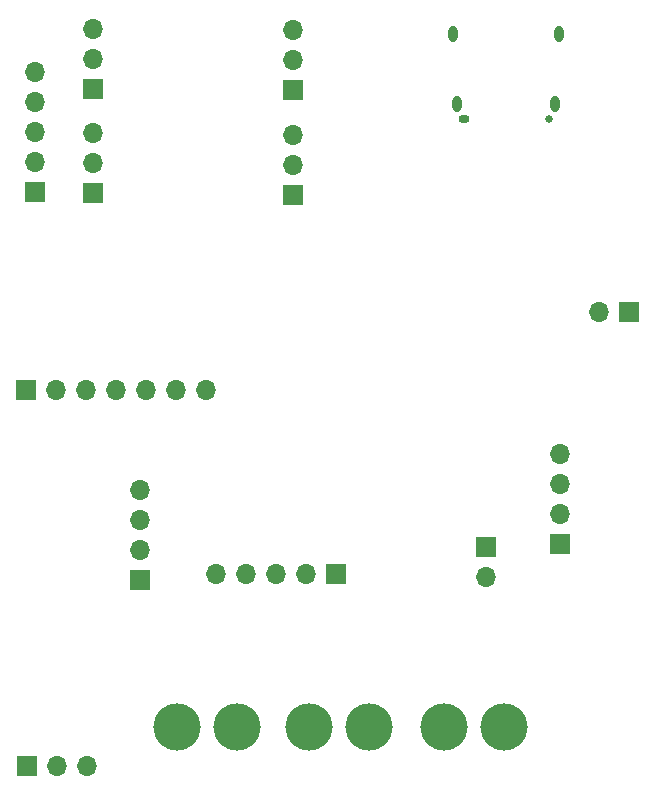
<source format=gbs>
G04 #@! TF.GenerationSoftware,KiCad,Pcbnew,7.0.5*
G04 #@! TF.CreationDate,2023-08-10T16:57:39+02:00*
G04 #@! TF.ProjectId,proto_pico,70726f74-6f5f-4706-9963-6f2e6b696361,rev?*
G04 #@! TF.SameCoordinates,Original*
G04 #@! TF.FileFunction,Soldermask,Bot*
G04 #@! TF.FilePolarity,Negative*
%FSLAX46Y46*%
G04 Gerber Fmt 4.6, Leading zero omitted, Abs format (unit mm)*
G04 Created by KiCad (PCBNEW 7.0.5) date 2023-08-10 16:57:39*
%MOMM*%
%LPD*%
G01*
G04 APERTURE LIST*
%ADD10R,1.700000X1.700000*%
%ADD11O,1.700000X1.700000*%
%ADD12C,4.000000*%
%ADD13C,0.650000*%
%ADD14O,0.950000X0.650000*%
%ADD15O,0.800000X1.400000*%
G04 APERTURE END LIST*
D10*
X196474000Y-112649000D03*
D11*
X193934000Y-112649000D03*
D10*
X171704000Y-134874000D03*
D11*
X169164000Y-134874000D03*
X166624000Y-134874000D03*
X164084000Y-134874000D03*
X161544000Y-134874000D03*
D10*
X168021000Y-102743000D03*
D11*
X168021000Y-100203000D03*
X168021000Y-97663000D03*
D12*
X169418000Y-147828000D03*
X174498000Y-147828000D03*
D10*
X168021000Y-93853000D03*
D11*
X168021000Y-91313000D03*
X168021000Y-88773000D03*
D10*
X190627000Y-132324000D03*
D11*
X190627000Y-129784000D03*
X190627000Y-127244000D03*
X190627000Y-124704000D03*
D10*
X155067000Y-135372000D03*
D11*
X155067000Y-132832000D03*
X155067000Y-130292000D03*
X155067000Y-127752000D03*
D12*
X158242000Y-147828000D03*
X163322000Y-147828000D03*
D10*
X184404000Y-132583000D03*
D11*
X184404000Y-135123000D03*
D13*
X189700000Y-96354000D03*
D14*
X182500000Y-96354000D03*
D15*
X190590000Y-89154000D03*
X190230000Y-95104000D03*
X181970000Y-95104000D03*
X181610000Y-89154000D03*
D11*
X160655000Y-119253000D03*
X158115000Y-119253000D03*
X155575000Y-119253000D03*
X153035000Y-119253000D03*
X150495000Y-119253000D03*
X147955000Y-119253000D03*
D10*
X145415000Y-119253000D03*
D12*
X180848000Y-147828000D03*
X185928000Y-147828000D03*
D10*
X146188500Y-102519000D03*
D11*
X146188500Y-99979000D03*
X146188500Y-97439000D03*
X146188500Y-94899000D03*
X146188500Y-92359000D03*
D10*
X145566000Y-151130000D03*
D11*
X148106000Y-151130000D03*
X150646000Y-151130000D03*
D10*
X151130000Y-102616000D03*
D11*
X151130000Y-100076000D03*
X151130000Y-97536000D03*
D10*
X151124500Y-93792000D03*
D11*
X151124500Y-91252000D03*
X151124500Y-88712000D03*
M02*

</source>
